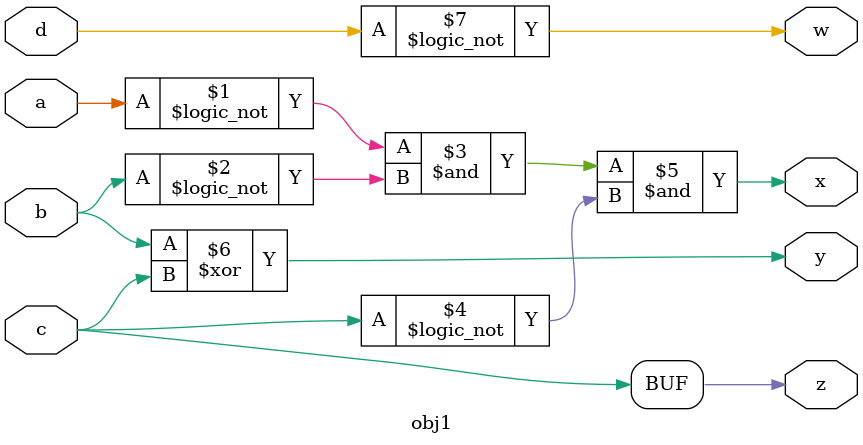
<source format=v>
module obj1(a,b,c,d,x,y,z,w);
input a,b,c,d;
output x,y,z,w;
assign x=(!a)&(!b)&(!c);
assign y=b^c;
assign z=c;
assign w=!d;
endmodule
</source>
